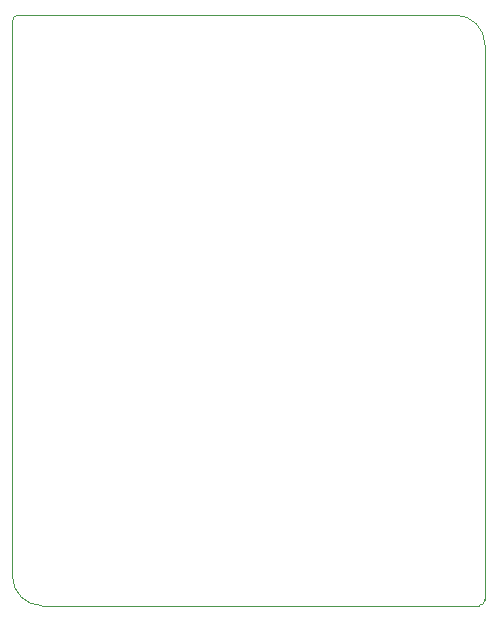
<source format=gbr>
%TF.GenerationSoftware,KiCad,Pcbnew,6.0.11-2627ca5db0~126~ubuntu20.04.1*%
%TF.CreationDate,2023-04-02T14:42:23+02:00*%
%TF.ProjectId,openDTU,6f70656e-4454-4552-9e6b-696361645f70,2.0-2023.03*%
%TF.SameCoordinates,Original*%
%TF.FileFunction,Profile,NP*%
%FSLAX46Y46*%
G04 Gerber Fmt 4.6, Leading zero omitted, Abs format (unit mm)*
G04 Created by KiCad (PCBNEW 6.0.11-2627ca5db0~126~ubuntu20.04.1) date 2023-04-02 14:42:23*
%MOMM*%
%LPD*%
G01*
G04 APERTURE LIST*
%TA.AperFunction,Profile*%
%ADD10C,0.100000*%
%TD*%
G04 APERTURE END LIST*
D10*
X2500000Y0D02*
X39500000Y0D01*
X0Y2500000D02*
G75*
G03*
X2500000Y0I2500000J0D01*
G01*
X40000000Y47500000D02*
G75*
G03*
X37500000Y50000000I-2500000J0D01*
G01*
X500000Y50000000D02*
G75*
G03*
X0Y49500000I0J-500000D01*
G01*
X39500000Y0D02*
G75*
G03*
X40000000Y500000I0J500000D01*
G01*
X0Y49500000D02*
X0Y2500000D01*
X37500000Y50000000D02*
X500000Y50000000D01*
X600001Y50000000D02*
G75*
G03*
X600001Y50000000I-1J0D01*
G01*
X40000000Y47500000D02*
X40000000Y500000D01*
M02*

</source>
